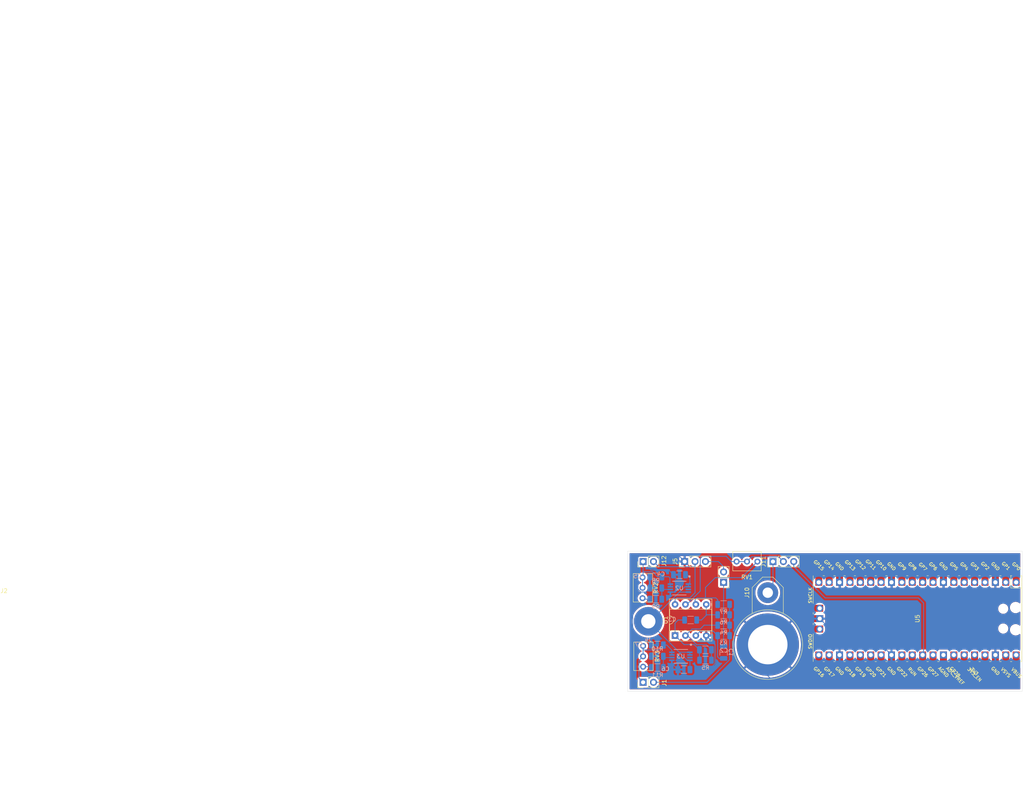
<source format=kicad_pcb>
(kicad_pcb (version 20240108) (generator "pcbnew") (generator_version "8.0")
  (layers (0 "F.Cu" signal) (31 "B.Cu" signal) (34 "B.Paste" user) (35 "F.Paste" user) (36 "B.SilkS" user "B.Silkscreen") (37 "F.SilkS" user "F.Silkscreen") (38 "B.Mask" user) (39 "F.Mask" user) (44 "Edge.Cuts" user))
  (net 0 "")
  (net 1 "Net-(U1A-+)")
  (net 2 "Net-(J2-Pin_1)")
  (net 3 "Net-(C2-Pad1)")
  (net 4 "Net-(U1A--)")
  (net 5 "Net-(U1B-+)")
  (net 6 "Vsup")
  (net 7 "GND")
  (net 8 "Net-(J12-Pin_1)")
  (net 9 "Net-(J1-Pin_1)")
  (net 10 "VCM")
  (net 11 "Sensor")
  (net 12 "Net-(J10-In)")
  (net 13 "ADC")
  (net 14 "Net-(J11-Pin_2)")
  (net 15 "VDD")
  (net 16 "Net-(U1B--)")
  (net 17 "Net-(U2-SET)")
  (net 18 "Net-(R9-Pad1)")
  (net 19 "Net-(U3-SET)")
  (net 20 "Net-(R11-Pad1)")
  (footprint "Package_DIP:DIP-8_W7.62mm_Socket" (layer "F.Cu") (at 99.2525 105.74 90)
    (property "Reference" "U1" (at 3.81 -2.33 90) (layer "F.SilkS"))
    (property "Value" "LM358")
    (pad "1" thru_hole rect (at 0 0 90) (size 1.6 1.6) (drill 0.8) (layers "*.Cu" "*.Mask") (net 3 "Net-(C2-Pad1)"))
    (pad "2" thru_hole oval (at 0 2.54 90) (size 1.6 1.6) (drill 0.8) (layers "*.Cu" "*.Mask") (net 4 "Net-(U1A--)"))
    (pad "3" thru_hole oval (at 0 5.08 90) (size 1.6 1.6) (drill 0.8) (layers "*.Cu" "*.Mask") (net 1 "Net-(U1A-+)"))
    (pad "4" thru_hole oval (at 0 7.62 90) (size 1.6 1.6) (drill 0.8) (layers "*.Cu" "*.Mask") (net 7 "GND"))
    (pad "5" thru_hole oval (at 7.62 7.62 90) (size 1.6 1.6) (drill 0.8) (layers "*.Cu" "*.Mask") (net 5 "Net-(U1B-+)"))
    (pad "6" thru_hole oval (at 7.62 5.08 90) (size 1.6 1.6) (drill 0.8) (layers "*.Cu" "*.Mask") (net 16 "Net-(U1B--)"))
    (pad "7" thru_hole oval (at 7.62 2.54 90) (size 1.6 1.6) (drill 0.8) (layers "*.Cu" "*.Mask") (net 14 "Net-(J11-Pin_2)"))
    (pad "8" thru_hole oval (at 7.62 0 90) (size 1.6 1.6) (drill 0.8) (layers "*.Cu" "*.Mask") (net 15 "VDD"))
  )
  (footprint "Potentiometer_THT:Potentiometer_Bourns_3266Y_Vertical" (layer "F.Cu") (at 91.3 91.52 90)
    (property "Reference" "RV2" (at -2.58 3.25 90) (layer "F.SilkS"))
    (property "Value" "20k")
    (pad "1" thru_hole circle (at 0 0 90) (size 1.44 1.44) (drill 0.8) (layers "*.Cu" "*.Mask") (net 8 "Net-(J12-Pin_1)"))
    (pad "2" thru_hole circle (at -2.54 0 90) (size 1.44 1.44) (drill 0.8) (layers "*.Cu" "*.Mask") (net 8 "Net-(J12-Pin_1)"))
    (pad "3" thru_hole circle (at -5.08 0 90) (size 1.44 1.44) (drill 0.8) (layers "*.Cu" "*.Mask") (net 18 "Net-(R9-Pad1)"))
  )
  (footprint "Connector_PinHeader_2.54mm:PinHeader_1x02_P2.54mm_Vertical" (layer "F.Cu") (at 91.44 87.63 90)
    (property "Reference" "J12" (at 0.1285 5.109001 90) (layer "F.SilkS"))
    (property "Value" "Conn_01x02")
    (pad "1" thru_hole rect (at 0 0 90) (size 1.7 1.7) (drill 1) (layers "*.Cu" "*.Mask") (net 8 "Net-(J12-Pin_1)"))
    (pad "2" thru_hole oval (at 0 2.54 90) (size 1.7 1.7) (drill 1) (layers "*.Cu" "*.Mask") (net 15 "VDD"))
  )
  (footprint "Connector_PinHeader_2.54mm:PinHeader_1x02_P2.54mm_Vertical" (layer "F.Cu") (at 91.44 117.17 90)
    (property "Reference" "J1" (at -0.146501 5.186501 90) (layer "F.SilkS"))
    (property "Value" "Conn_01x02")
    (pad "1" thru_hole rect (at 0 0 90) (size 1.7 1.7) (drill 1) (layers "*.Cu" "*.Mask") (net 9 "Net-(J1-Pin_1)"))
    (pad "2" thru_hole oval (at 0 2.54 90) (size 1.7 1.7) (drill 1) (layers "*.Cu" "*.Mask") (net 10 "VCM"))
  )
  (footprint "Potentiometer_THT:Potentiometer_Bourns_3266Y_Vertical" (layer "F.Cu") (at 91.44 108.28 90)
    (property "Reference" "RV3" (at -2.525 3.483002 90) (layer "F.SilkS"))
    (property "Value" "20k")
    (pad "1" thru_hole circle (at 0 0 90) (size 1.44 1.44) (drill 0.8) (layers "*.Cu" "*.Mask") (net 9 "Net-(J1-Pin_1)"))
    (pad "2" thru_hole circle (at -2.54 0 90) (size 1.44 1.44) (drill 0.8) (layers "*.Cu" "*.Mask") (net 9 "Net-(J1-Pin_1)"))
    (pad "3" thru_hole circle (at -5.08 0 90) (size 1.44 1.44) (drill 0.8) (layers "*.Cu" "*.Mask") (net 20 "Net-(R11-Pad1)"))
  )
  (footprint "Connector_PinHeader_2.54mm:PinHeader_1x02_P2.54mm_Vertical" (layer "F.Cu") (at 111.125 92.71 180)
    (property "Reference" "J2" (at 175.943203 -2.098801 360) (layer "F.SilkS"))
    (property "Value" "Conn_01x02")
    (pad "1" thru_hole rect (at 0 0 180) (size 1.7 1.7) (drill 1) (layers "*.Cu" "*.Mask") (net 2 "Net-(J2-Pin_1)"))
    (pad "2" thru_hole oval (at 0 2.54 180) (size 1.7 1.7) (drill 1) (layers "*.Cu" "*.Mask") (net 11 "Sensor"))
  )
  (footprint "Connector_PinHeader_2.54mm:PinHeader_1x03_P2.54mm_Vertical" (layer "F.Cu") (at 123.19 87.63 90)
    (property "Reference" "J11" (at 0 -2.33 90) (layer "F.SilkS"))
    (property "Value" "Conn_01x03")
    (pad "1" thru_hole rect (at 0 0 90) (size 1.7 1.7) (drill 1) (layers "*.Cu" "*.Mask") (net 12 "Net-(J10-In)"))
    (pad "2" thru_hole oval (at 0 2.54 90) (size 1.7 1.7) (drill 1) (layers "*.Cu" "*.Mask") (net 14 "Net-(J11-Pin_2)"))
    (pad "3" thru_hole oval (at 0 5.08 90) (size 1.7 1.7) (drill 1) (layers "*.Cu" "*.Mask") (net 13 "ADC"))
  )
  (footprint "Potentiometer_THT:Potentiometer_Bourns_3266Y_Vertical" (layer "F.Cu") (at 114.3 87.63 180)
    (property "Reference" "RV1" (at -2.54 -3.81 360) (layer "F.SilkS"))
    (property "Value" "100k")
    (pad "1" thru_hole circle (at 0 0 180) (size 1.44 1.44) (drill 0.8) (layers "*.Cu" "*.Mask") (net 14 "Net-(J11-Pin_2)"))
    (pad "2" thru_hole circle (at -2.54 0 180) (size 1.44 1.44) (drill 0.8) (layers "*.Cu" "*.Mask") (net 14 "Net-(J11-Pin_2)"))
    (pad "3" thru_hole circle (at -5.08 0 180) (size 1.44 1.44) (drill 0.8) (layers "*.Cu" "*.Mask") (net 16 "Net-(U1B--)"))
  )
  (footprint "Connector_Coaxial:BNC_PanelMountable_Vertical" (layer "F.Cu") (at 121.92 95.25 90)
    (property "Reference" "J10" (at 0 -5.08 90) (layer "F.SilkS"))
    (property "Value" "Conn_Coaxial")
    (pad "1" thru_hole circle (at 0 0 90) (size 5.08 5.08) (drill 2.54) (layers "*.Cu" "*.Mask") (net 12 "Net-(J10-In)"))
    (pad "2" thru_hole circle (at -12.7 0 90) (size 15.24 15.24) (drill 9.65) (layers "*.Cu" "*.Mask") (net 7 "GND"))
  )
  (footprint "Connector_PinHeader_2.54mm:PinHeader_1x03_P2.54mm_Vertical" (layer "F.Cu") (at 101.6 87.63 90)
    (property "Reference" "J5" (at 0 -2.33 90) (layer "F.SilkS"))
    (property "Value" "Conn_01x03_Pin")
    (pad "1" thru_hole rect (at 0 0 90) (size 1.7 1.7) (drill 1) (layers "*.Cu" "*.Mask") (net 7 "GND"))
    (pad "2" thru_hole oval (at 0 2.54 90) (size 1.7 1.7) (drill 1) (layers "*.Cu" "*.Mask") (net 15 "VDD"))
    (pad "3" thru_hole oval (at 0 5.08 90) (size 1.7 1.7) (drill 1) (layers "*.Cu" "*.Mask") (net 11 "Sensor"))
  )
  (footprint "MCU_RaspberryPi_and_Boards:RPi_Pico_SMD_TH" (layer "F.Cu") (at 158.52 101.6 -90)
    (property "Reference" "U5" (at 0 0 90) (layer "F.SilkS"))
    (property "Value" "Pico")
    (fp_text user "GP9" (at -12.8 3.81 135) (layer "F.SilkS") (effects (font (size 0.8 0.8))))
    (fp_text user "GP6" (at -12.8 -3.81 135) (layer "F.SilkS") (effects (font (size 0.8 0.8))))
    (fp_text user "GP8" (at -12.8 1.27 135) (layer "F.SilkS") (effects (font (size 0.8 0.8))))
    (fp_text user "GND" (at -12.8 -19.05 135) (layer "F.SilkS") (effects (font (size 0.8 0.8))))
    (fp_text user "GP4" (at -12.8 -11.43 135) (layer "F.SilkS") (effects (font (size 0.8 0.8))))
    (fp_text user "GP19" (at 13.054 13.97 135) (layer "F.SilkS") (effects (font (size 0.8 0.8))))
    (fp_text user "GP5" (at -12.8 -8.89 135) (layer "F.SilkS") (effects (font (size 0.8 0.8))))
    (fp_text user "GP2" (at -12.9 -16.51 135) (layer "F.SilkS") (effects (font (size 0.8 0.8))))
    (fp_text user "GND" (at 12.8 6.35 135) (layer "F.SilkS") (effects (font (size 0.8 0.8))))
    (fp_text user "GP11" (at -13.2 11.43 135) (layer "F.SilkS") (effects (font (size 0.8 0.8))))
    (fp_text user "SWCLK" (at -5.7 26.2 90) (layer "F.SilkS") (effects (font (size 0.8 0.8))))
    (fp_text user "GP10" (at -13.054 8.89 135) (layer "F.SilkS") (effects (font (size 0.8 0.8))))
    (fp_text user "GND" (at 12.8 19.05 135) (layer "F.SilkS") (effects (font (size 0.8 0.8))))
    (fp_text user "GP3" (at -12.8 -13.97 135) (layer "F.SilkS") (effects (font (size 0.8 0.8))))
    (fp_text user "GP7" (at -12.7 -1.3 135) (layer "F.SilkS") (effects (font (size 0.8 0.8))))
    (fp_text user "GP20" (at 13.054 11.43 135) (layer "F.SilkS") (effects (font (size 0.8 0.8))))
    (fp_text user "GP16" (at 13.054 24.13 135) (layer "F.SilkS") (effects (font (size 0.8 0.8))))
    (fp_text user "RUN" (at 13 1.27 135) (layer "F.SilkS") (effects (font (size 0.8 0.8))))
    (fp_text user "3V3" (at 12.9 -13.9 135) (layer "F.SilkS") (effects (font (size 0.8 0.8))))
    (fp_text user "GND" (at 12.8 -19.05 135) (layer "F.SilkS") (effects (font (size 0.8 0.8))))
    (fp_text user "GP17" (at 13.054 21.59 135) (layer "F.SilkS") (effects (font (size 0.8 0.8))))
    (fp_text user "GP28" (at 13.054 -9.144 135) (layer "F.SilkS") (effects (font (size 0.8 0.8))))
    (fp_text user "VSYS" (at 13.2 -21.59 135) (layer "F.SilkS") (effects (font (size 0.8 0.8))))
    (fp_text user "GP1" (at -12.9 -21.6 135) (layer "F.SilkS") (effects (font (size 0.8 0.8))))
    (fp_text user "VBUS" (at 13.3 -24.2 135) (layer "F.SilkS") (effects (font (size 0.8 0.8))))
    (fp_text user "GP18" (at 13.054 16.51 135) (layer "F.SilkS") (effects (font (size 0.8 0.8))))
    (fp_text user "GP0" (at -12.8 -24.13 135) (layer "F.SilkS") (effects (font (size 0.8 0.8))))
    (fp_text user "GP21" (at 13.054 8.9 135) (layer "F.SilkS") (effects (font (size 0.8 0.8))))
    (fp_text user "SWDIO" (at 5.6 26.2 90) (layer "F.SilkS") (effects (font (size 0.8 0.8))))
    (fp_text user "GP26" (at 13.054 -1.27 135) (layer "F.SilkS") (effects (font (size 0.8 0.8))))
    (fp_text user "AGND" (at 13.054 -6.35 135) (layer "F.SilkS") (effects (font (size 0.8 0.8))))
    (fp_text user "GP27" (at 13.054 -3.8 135) (layer "F.SilkS") (effects (font (size 0.8 0.8))))
    (fp_text user "3V3_EN" (at 13.7 -13.95 135) (layer "F.SilkS") (effects (font (size 0.8 0.8))))
    (fp_text user "GP14" (at -13.1 21.59 135) (layer "F.SilkS") (effects (font (size 0.8 0.8))))
    (fp_text user "GP22" (at 13.054 3.81 135) (layer "F.SilkS") (effects (font (size 0.8 0.8))))
    (fp_text user "GP13" (at -13.054 16.51 135) (layer "F.SilkS") (effects (font (size 0.8 0.8))))
    (fp_text user "GND" (at -12.8 6.35 135) (layer "F.SilkS") (effects (font (size 0.8 0.8))))
    (fp_text user "ADC_VREF" (at 14 -9.25 135) (layer "F.SilkS") (effects (font (size 0.8 0.8))))
    (fp_text user "GND" (at -12.8 -6.35 135) (layer "F.SilkS") (effects (font (size 0.8 0.8))))
    (fp_text user "GP15" (at -13.054 24.13 135) (layer "F.SilkS") (effects (font (size 0.8 0.8))))
    (fp_text user "GP12" (at -13.2 13.97 135) (layer "F.SilkS") (effects (font (size 0.8 0.8))))
    (fp_text user "GND" (at -12.8 19.05 135) (layer "F.SilkS") (effects (font (size 0.8 0.8))))
    (pad "" np_thru_hole oval (at -2.725 -24 270) (size 1.8 1.8) (drill 1.8) (layers "*.Cu" "*.Mask"))
    (pad "" np_thru_hole oval (at -2.425 -20.97 270) (size 1.5 1.5) (drill 1.5) (layers "*.Cu" "*.Mask"))
    (pad "" np_thru_hole oval (at 2.425 -20.97 270) (size 1.5 1.5) (drill 1.5) (layers "*.Cu" "*.Mask"))
    (pad "" np_thru_hole oval (at 2.725 -24 270) (size 1.8 1.8) (drill 1.8) (layers "*.Cu" "*.Mask"))
    (pad "1" thru_hole oval (at -8.89 -24.13 270) (size 1.7 1.7) (drill 1.02) (layers "*.Cu" "*.Mask"))
    (pad "1" smd rect (at -8.89 -24.13 270) (size 3.5 1.7) (drill (offset -0.9 0)) (layers "F.Cu" "F.Mask"))
    (pad "2" thru_hole oval (at -8.89 -21.59 270) (size 1.7 1.7) (drill 1.02) (layers "*.Cu" "*.Mask"))
    (pad "2" smd rect (at -8.89 -21.59 270) (size 3.5 1.7) (drill (offset -0.9 0)) (layers "F.Cu" "F.Mask"))
    (pad "3" thru_hole rect (at -8.89 -19.05 270) (size 1.7 1.7) (drill 1.02) (layers "*.Cu" "*.Mask") (net 7 "GND"))
    (pad "3" smd rect (at -8.89 -19.05 270) (size 3.5 1.7) (drill (offset -0.9 0)) (layers "F.Cu" "F.Mask") (net 7 "GND"))
    (pad "4" thru_hole oval (at -8.89 -16.51 270) (size 1.7 1.7) (drill 1.02) (layers "*.Cu" "*.Mask"))
    (pad "4" smd rect (at -8.89 -16.51 270) (size 3.5 1.7) (drill (offset -0.9 0)) (layers "F.Cu" "F.Mask"))
    (pad "5" thru_hole oval (at -8.89 -13.97 270) (size 1.7 1.7) (drill 1.02) (layers "*.Cu" "*.Mask"))
    (pad "5" smd rect (at -8.89 -13.97 270) (size 3.5 1.7) (drill (offset -0.9 0)) (layers "F.Cu" "F.Mask"))
    (pad "6" thru_hole oval (at -8.89 -11.43 270) (size 1.7 1.7) (drill 1.02) (layers "*.Cu" "*.Mask"))
    (pad "6" smd rect (at -8.89 -11.43 270) (size 3.5 1.7) (drill (offset -0.9 0)) (layers "F.Cu" "F.Mask"))
    (pad "7" thru_hole oval (at -8.89 -8.89 270) (size 1.7 1.7) (drill 1.02) (layers "*.Cu" "*.Mask"))
    (pad "7" smd rect (at -8.89 -8.89 270) (size 3.5 1.7) (drill (offset -0.9 0)) (layers "F.Cu" "F.Mask"))
    (pad "8" thru_hole rect (at -8.89 -6.35 270) (size 1.7 1.7) (drill 1.02) (layers "*.Cu" "*.Mask") (net 7 "GND"))
    (pad "8" smd rect (at -8.89 -6.35 270) (size 3.5 1.7) (drill (offset -0.9 0)) (layers "F.Cu" "F.Mask") (net 7 "GND"))
    (pad "9" thru_hole oval (at -8.89 -3.81 270) (size 1.7 1.7) (drill 1.02) (layers "*.Cu" "*.Mask"))
    (pad "9" smd rect (at -8.89 -3.81 270) (size 3.5 1.7) (drill (offset -0.9 0)) (layers "F.Cu" "F.Mask"))
    (pad "10" thru_hole oval (at -8.89 -1.27 270) (size 1.7 1.7) (drill 1.02) (layers "*.Cu" "*.Mask"))
    (pad "10" smd rect (at -8.89 -1.27 270) (size 3.5 1.7) (drill (offset -0.9 0)) (layers "F.Cu" "F.Mask"))
    (pad "11" thru_hole oval (at -8.89 1.27 270) (size 1.7 1.7) (drill 1.02) (layers "*.Cu" "*.Mask"))
    (pad "11" smd rect (at -8.89 1.27 270) (size 3.5 1.7) (drill (offset -0.9 0)) (layers "F.Cu" "F.Mask"))
    (pad "12" thru_hole oval (at -8.89 3.81 270) (size 1.7 1.7) (drill 1.02) (layers "*.Cu" "*.Mask"))
    (pad "12" smd rect (at -8.89 3.81 270) (size 3.5 1.7) (drill (offset -0.9 0)) (layers "F.Cu" "F.Mask"))
    (pad "13" thru_hole rect (at -8.89 6.35 270) (size 1.7 1.7) (drill 1.02) (layers "*.Cu" "*.Mask") (net 7 "GND"))
    (pad "13" smd rect (at -8.89 6.35 270) (size 3.5 1.7) (drill (offset -0.9 0)) (layers "F.Cu" "F.Mask") (net 7 "GND"))
    (pad "14" thru_hole oval (at -8.89 8.89 270) (size 1.7 1.7) (drill 1.02) (layers "*.Cu" "*.Mask"))
    (pad "14" smd rect (at -8.89 8.89 270) (size 3.5 1.7) (drill (offset -0.9 0)) (layers "F.Cu" "F.Mask"))
    (pad "15" thru_hole oval (at -8.89 11.43 270) (size 1.7 1.7) (drill 1.02) (layers "*.Cu" "*.Mask"))
    (pad "15" smd rect (at -8.89 11.43 270) (size 3.5 1.7) (drill (offset -0.9 0)) (layers "F.Cu" "F.Mask"))
    (pad "16" thru_hole oval (at -8.89 13.97 270) (size 1.7 1.7) (drill 1.02) (layers "*.Cu" "*.Mask"))
    (pad "16" smd rect (at -8.89 13.97 270) (size 3.5 1.7) (drill (offset -0.9 0)) (layers "F.Cu" "F.Mask"))
    (pad "17" thru_hole oval (at -8.89 16.51 270) (size 1.7 1.7) (drill 1.02) (layers "*.Cu" "*.Mask"))
    (pad "17" smd rect (at -8.89 16.51 270) (size 3.5 1.7) (drill (offset -0.9 0)) (layers "F.Cu" "F.Mask"))
    (pad "18" thru_hole rect (at -8.89 19.05 270) (size 1.7 1.7) (drill 1.02) (layers "*.Cu" "*.Mask") (net 7 "GND"))
    (pad "18" smd rect (at -8.89 19.05 270) (size 3.5 1.7) (drill (offset -0.9 0)) (layers "F.Cu" "F.Mask") (net 7 "GND"))
    (pad "19" thru_hole oval (at -8.89 21.59 270) (size 1.7 1.7) (drill 1.02) (layers "*.Cu" "*.Mask"))
    (pad "19" smd rect (at -8.89 21.59 270) (size 3.5 1.7) (drill (offset -0.9 0)) (layers "F.Cu" "F.Mask"))
    (pad "20" thru_hole oval (at -8.89 24.13 270) (size 1.7 1.7) (drill 1.02) (layers "*.Cu" "*.Mask"))
    (pad "20" smd rect (at -8.89 24.13 270) (size 3.5 1.7) (drill (offset -0.9 0)) (layers "F.Cu" "F.Mask"))
    (pad "21" thru_hole oval (at 8.89 24.13 270) (size 1.7 1.7) (drill 1.02) (layers "*.Cu" "*.Mask"))
    (pad "21" smd rect (at 8.89 24.13 270) (size 3.5 1.7) (drill (offset 0.9 0)) (layers "F.Cu" "F.Mask"))
    (pad "22" thru_hole oval (at 8.89 21.59 270) (size 1.7 1.7) (drill 1.02) (layers "*.Cu" "*.Mask"))
    (pad "22" smd rect (at 8.89 21.59 270) (size 3.5 1.7) (drill (offset 0.9 0)) (layers "F.Cu" "F.Mask"))
    (pad "23" thru_hole rect (at 8.89 19.05 270) (size 1.7 1.7) (drill 1.02) (layers "*.Cu" "*.Mask") (net 7 "GND"))
    (pad "23" smd rect (at 8.89 19.05 270) (size 3.5 1.7) (drill (offset 0.9 0)) (layers "F.Cu" "F.Mask") (net 7 "GND"))
    (pad "24" thru_hole oval (at 8.89 16.51 270) (size 1.7 1.7) (drill 1.02) (layers "*.Cu" "*.Mask"))
    (pad "24" smd rect (at 8.89 16.51 270) (size 3.5 1.7) (drill (offset 0.9 0)) (layers "F.Cu" "F.Mask"))
    (pad "25" thru_hole oval (at 8.89 13.97 270) (size 1.7 1.7) (drill 1.02) (layers "*.Cu" "*.Mask"))
    (pad "25" smd rect (at 8.89 13.97 270) (size 3.5 1.7) (drill (offset 0.9 0)) (layers "F.Cu" "F.Mask"))
    (pad "26" thru_hole oval (at 8.89 11.43 270) (size 1.7 1.7) (drill 1.02) (layers "*.Cu" "*.Mask"))
    (pad "26" smd rect (at 8.89 11.43 270) (size 3.5 1.7) (drill (offset 0.9 0)) (layers "F.Cu" "F.Mask"))
    (pad "27" thru_hole oval (at 8.89 8.89 270) (size 1.7 1.7) (drill 1.02) (layers "*.Cu" "*.Mask"))
    (pad "27" smd rect (at 8.89 8.89 270) (size 3.5 1.7) (drill (offset 0.9 0)) (layers "F.Cu" "F.Mask"))
    (pad "28" thru_hole rect (at 8.89 6.35 270) (size 1.7 1.7) (drill 1.02) (layers "*.Cu" "*.Mask") (net 7 "GND"))
    (pad "28" smd rect (at 8.89 6.35 270) (size 3.5 1.7) (drill (offset 0.9 0)) (layers "F.Cu" "F.Mask") (net 7 "GND"))
    (pad "29" thru_hole oval (at 8.89 3.81 270) (size 1.7 1.7) (drill 1.02) (layers "*.Cu" "*.Mask"))
    (pad "29" smd rect (at 8.89 3.81 270) (size 3.5 1.7) (drill (offset 0.9 0)) (layers "F.Cu" "F.Mask"))
    (pad "30" thru_hole oval (at 8.89 1.27 270) (size 1.7 1.7) (drill 1.02) (layers "*.Cu" "*.Mask"))
    (pad "30" smd rect (at 8.89 1.27 270) (size 3.5 1.7) (drill (offset 0.9 0)) (layers "F.Cu" "F.Mask"))
    (pad "31" thru_hole oval (at 8.89 -1.27 270) (size 1.7 1.7) (drill 1.02) (layers "*.Cu" "*.Mask") (net 13 "ADC"))
    (pad "31" smd rect (at 8.89 -1.27 270) (size 3.5 1.7) (drill (offset 0.9 0)) (layers "F.Cu" "F.Mask") (net 13 "ADC"))
    (pad "32" thru_hole oval (at 8.89 -3.81 270) (size 1.7 1.7) (drill 1.02) (layers "*.Cu" "*.Mask"))
    (pad "32" smd rect (at 8.89 -3.81 270) (size 3.5 1.7) (drill (offset 0.9 0)) (layers "F.Cu" "F.Mask"))
    (pad "33" thru_hole rect (at 8.89 -6.35 270) (size 1.7 1.7) (drill 1.02) (layers "*.Cu" "*.Mask"))
    (pad "33" smd rect (at 8.89 -6.35 270) (size 3.5 1.7) (drill (offset 0.9 0)) (layers "F.Cu" "F.Mask"))
    (pad "34" thru_hole oval (at 8.89 -8.89 270) (size 1.7 1.7) (drill 1.02) (layers "*.Cu" "*.Mask"))
    (pad "34" smd rect (at 8.89 -8.89 270) (size 3.5 1.7) (drill (offset 0.9 0)) (layers "F.Cu" "F.Mask"))
    (pad "35" thru_hole oval (at 8.89 -11.43 270) (size 1.7 1.7) (drill 1.02) (layers "*.Cu" "*.Mask"))
    (pad "35" smd rect (at 8.89 -11.43 270) (size 3.5 1.7) (drill (offset 0.9 0)) (layers "F.Cu" "F.Mask"))
    (pad "36" thru_hole oval (at 8.89 -13.97 270) (size 1.7 1.7) (drill 1.02) (layers "*.Cu" "*.Mask"))
    (pad "36" smd rect (at 8.89 -13.97 270) (size 3.5 1.7) (drill (offset 0.9 0)) (layers "F.Cu" "F.Mask"))
    (pad "37" thru_hole oval (at 8.89 -16.51 270) (size 1.7 1.7) (drill 1.02) (layers "*.Cu" "*.Mask"))
    (pad "37" smd rect (at 8.89 -16.51 270) (size 3.5 1.7) (drill (offset 0.9 0)) (layers "F.Cu" "F.Mask"))
    (pad "38" thru_hole rect (at 8.89 -19.05 270) (size 1.7 1.7) (drill 1.02) (layers "*.Cu" "*.Mask") (net 7 "GND"))
    (pad "38" smd rect (at 8.89 -19.05 270) (size 3.5 1.7) (drill (offset 0.9 0)) (layers "F.Cu" "F.Mask") (net 7 "GND"))
    (pad "39" thru_hole oval (at 8.89 -21.59 270) (size 1.7 1.7) (drill 1.02) (layers "*.Cu" "*.Mask"))
    (pad "39" smd rect (at 8.89 -21.59 270) (size 3.5 1.7) (drill (offset 0.9 0)) (layers "F.Cu" "F.Mask"))
    (pad "40" thru_hole oval (at 8.89 -24.13 270) (size 1.7 1.7) (drill 1.02) (layers "*.Cu" "*.Mask"))
    (pad "40" smd rect (at 8.89 -24.13 270) (size 3.5 1.7) (drill (offset 0.9 0)) (layers "F.Cu" "F.Mask"))
    (pad "41" thru_hole oval (at -2.54 23.9 270) (size 1.7 1.7) (drill 1.02) (layers "*.Cu" "*.Mask"))
    (pad "41" smd rect (at -2.54 23.9) (size 3.5 1.7) (drill (offset -0.9 0)) (layers "F.Cu" "F.Mask"))
    (pad "42" thru_hole rect (at 0 23.9 270) (size 1.7 1.7) (drill 1.02) (layers "*.Cu" "*.Mask") (net 7 "GND"))
    (pad "42" smd rect (at 0 23.9) (size 3.5 1.7) (drill (offset -0.9 0)) (layers "F.Cu" "F.Mask") (net 7 "GND"))
    (pad "43" thru_hole oval (at 2.54 23.9 270) (size 1.7 1.7) (drill 1.02) (layers "*.Cu" "*.Mask"))
    (pad "43" smd rect (at 2.54 23.9) (size 3.5 1.7) (drill (offset -0.9 0)) (layers "F.Cu" "F.Mask"))
  )
  (footprint "footprints:21-0036K" (layer "B.Cu") (at 100.3 94.125001 180)
    (property "Reference" "U2" (at 0 0 0) (layer "B.SilkS") (effects (justify mirror)))
    (property "Value" "MAX1857EUA47+")
    (fp_text user "*" (at -2.461 2.5236 360) (layer "B.SilkS") (effects (justify mirror)))
    (fp_text user "*" (at -2.461 2.5236 0) (layer "B.SilkS") (effects (justify mirror)))
    (pad "1" smd rect (at -2.206998 0.974999 180) (size 1.315199 0.4056) (layers "B.Cu" "B.Paste" "B.Mask") (net 6 "Vsup"))
    (pad "2" smd rect (at -2.206998 0.325001 180) (size 1.315199 0.4056) (layers "B.Cu" "B.Paste" "B.Mask") (net 6 "Vsup"))
    (pad "3" smd rect (at -2.206998 -0.325001 180) (size 1.315199 0.4056) (layers "B.Cu" "B.Paste" "B.Mask"))
    (pad "4" smd rect (at -2.206998 -0.974999 180) (size 1.315199 0.4056) (layers "B.Cu" "B.Paste" "B.Mask") (net 6 "Vsup"))
    (pad "5" smd rect (at 2.206998 -0.974999 180) (size 1.315199 0.4056) (layers "B.Cu" "B.Paste" "B.Mask") (net 7 "GND"))
    (pad "6" smd rect (at 2.206998 -0.325001 180) (size 1.315199 0.4056) (layers "B.Cu" "B.Paste" "B.Mask") (net 17 "Net-(U2-SET)"))
    (pad "7" smd rect (at 2.206998 0.325001 180) (size 1.315199 0.4056) (layers "B.Cu" "B.Paste" "B.Mask") (net 8 "Net-(J12-Pin_1)"))
    (pad "8" smd rect (at 2.206998 0.974999 180) (size 1.315199 0.4056) (layers "B.Cu" "B.Paste" "B.Mask") (net 8 "Net-(J12-Pin_1)"))
  )
  (footprint "Capacitor_SMD:C_1206_3216Metric" (layer "B.Cu") (at 103.0625 101.93 180)
    (property "Reference" "C3" (at 4.525 0.15 0) (layer "B.SilkS") (effects (justify mirror)))
    (property "Value" "2.2u")
    (pad "1" smd roundrect (at -1.475 0 180) (size 1.15 1.8) (layers "B.Cu" "B.Paste" "B.Mask") (roundrect_rratio 0.217391) (net 5 "Net-(U1B-+)"))
    (pad "2" smd roundrect (at 1.475 0 180) (size 1.15 1.8) (layers "B.Cu" "B.Paste" "B.Mask") (roundrect_rratio 0.217391) (net 3 "Net-(C2-Pad1)"))
  )
  (footprint "footprints:21-0036K" (layer "B.Cu") (at 100.673002 110.805 180)
    (property "Reference" "U3" (at 0 0 0) (layer "B.SilkS") (effects (justify mirror)))
    (property "Value" "MAX1857EUA47+")
    (fp_text user "*" (at -2.461 2.5236 0) (layer "B.SilkS") (effects (justify mirror)))
    (fp_text user "*" (at -2.461 2.5236 360) (layer "B.SilkS") (effects (justify mirror)))
    (pad "1" smd rect (at -2.206998 0.974999 180) (size 1.315199 0.4056) (layers "B.Cu" "B.Paste" "B.Mask") (net 6 "Vsup"))
    (pad "2" smd rect (at -2.206998 0.325001 180) (size 1.315199 0.4056) (layers "B.Cu" "B.Paste" "B.Mask") (net 6 "Vsup"))
    (pad "3" smd rect (at -2.206998 -0.325001 180) (size 1.315199 0.4056) (layers "B.Cu" "B.Paste" "B.Mask"))
    (pad "4" smd rect (at -2.206998 -0.974999 180) (size 1.315199 0.4056) (layers "B.Cu" "B.Paste" "B.Mask") (net 6 "Vsup"))
    (pad "5" smd rect (at 2.206998 -0.974999 180) (size 1.315199 0.4056) (layers "B.Cu" "B.Paste" "B.Mask") (net 7 "GND"))
    (pad "6" smd rect (at 2.206998 -0.325001 180) (size 1.315199 0.4056) (layers "B.Cu" "B.Paste" "B.Mask") (net 19 "Net-(U3-SET)"))
    (pad "7" smd rect (at 2.206998 0.325001 180) (size 1.315199 0.4056) (layers "B.Cu" "B.Paste" "B.Mask") (net 9 "Net-(J1-Pin_1)"))
    (pad "8" smd rect (at 2.206998 0.974999 180) (size 1.315199 0.4056) (layers "B.Cu" "B.Paste" "B.Mask") (net 9 "Net-(J1-Pin_1)"))
  )
  (footprint "Resistor_SMD:R_1206_3216Metric" (layer "B.Cu") (at 94.55 96.85)
    (property "Reference" "R9" (at 0 1.82 360) (layer "B.SilkS") (effects (justify mirror)))
    (property "Value" "49.3k")
    (pad "1" smd roundrect (at -1.4625 0) (size 1.125 1.75) (layers "B.Cu" "B.Paste" "B.Mask") (roundrect_rratio 0.222222) (net 18 "Net-(R9-Pad1)"))
    (pad "2" smd roundrect (at 1.4625 0) (size 1.125 1.75) (layers "B.Cu" "B.Paste" "B.Mask") (roundrect_rratio 0.222222) (net 17 "Net-(U2-SET)"))
  )
  (footprint "Resistor_SMD:R_1206_3216Metric" (layer "B.Cu") (at 94.923002 110.805 180)
    (property "Reference" "R10" (at 0 1.82 0) (layer "B.SilkS") (effects (justify mirror)))
    (property "Value" "25k")
    (pad "1" smd roundrect (at -1.4625 0 180) (size 1.125 1.75) (layers "B.Cu" "B.Paste" "B.Mask") (roundrect_rratio 0.222222) (net 19 "Net-(U3-SET)"))
    (pad "2" smd roundrect (at 1.4625 0 180) (size 1.125 1.75) (layers "B.Cu" "B.Paste" "B.Mask") (roundrect_rratio 0.222222) (net 7 "GND"))
  )
  (footprint "Capacitor_SMD:C_1206_3216Metric" (layer "B.Cu") (at 94.55 91.35 180)
    (property "Reference" "C5" (at 4.525 0.15 360) (layer "B.SilkS") (effects (justify mirror)))
    (property "Value" "3.3u")
    (pad "1" smd roundrect (at -1.475 0 180) (size 1.15 1.8) (layers "B.Cu" "B.Paste" "B.Mask") (roundrect_rratio 0.217391) (net 8 "Net-(J12-Pin_1)"))
    (pad "2" smd roundrect (at 1.475 0 180) (size 1.15 1.8) (layers "B.Cu" "B.Paste" "B.Mask") (roundrect_rratio 0.217391) (net 7 "GND"))
  )
  (footprint "Resistor_SMD:R_1206_3216Metric" (layer "B.Cu") (at 111.125 100.66)
    (property "Reference" "R6" (at 0 1.82 360) (layer "B.SilkS") (effects (justify mirror)))
    (property "Value" "100k")
    (pad "1" smd roundrect (at -1.4625 0) (size 1.125 1.75) (layers "B.Cu" "B.Paste" "B.Mask") (roundrect_rratio 0.222222) (net 5 "Net-(U1B-+)"))
    (pad "2" smd roundrect (at 1.4625 0) (size 1.125 1.75) (layers "B.Cu" "B.Paste" "B.Mask") (roundrect_rratio 0.222222) (net 10 "VCM"))
  )
  (footprint "Resistor_SMD:R_1206_3216Metric" (layer "B.Cu") (at 111.125 105.74)
    (property "Reference" "R3" (at 0 1.82 360) (layer "B.SilkS") (effects (justify mirror)))
    (property "Value" "100k")
    (pad "1" smd roundrect (at -1.4625 0) (size 1.125 1.75) (layers "B.Cu" "B.Paste" "B.Mask") (roundrect_rratio 0.222222) (net 1 "Net-(U1A-+)"))
    (pad "2" smd roundrect (at 1.4625 0) (size 1.125 1.75) (layers "B.Cu" "B.Paste" "B.Mask") (roundrect_rratio 0.222222) (net 10 "VCM"))
  )
  (footprint "Capacitor_SMD:C_1206_3216Metric" (layer "B.Cu") (at 101.423002 114.055 180)
    (property "Reference" "C6" (at 4.525 0.15 360) (layer "B.SilkS") (effects (justify mirror)))
    (property "Value" "1u")
    (pad "1" smd roundrect (at -1.475 0 180) (size 1.15 1.8) (layers "B.Cu" "B.Paste" "B.Mask") (roundrect_rratio 0.217391) (net 6 "Vsup"))
    (pad "2" smd roundrect (at 1.475 0 180) (size 1.15 1.8) (layers "B.Cu" "B.Paste" "B.Mask") (roundrect_rratio 0.217391) (net 7 "GND"))
  )
  (footprint "Resistor_SMD:R_1206_3216Metric" (layer "B.Cu") (at 106.68 111.76)
    (property "Reference" "R5" (at 0 1.82 360) (layer "B.SilkS") (effects (justify mirror)))
    (property "Value" "680k")
    (pad "1" smd roundrect (at -1.4625 0) (size 1.125 1.75) (layers "B.Cu" "B.Paste" "B.Mask") (roundrect_rratio 0.222222) (net 3 "Net-(C2-Pad1)"))
    (pad "2" smd roundrect (at 1.4625 0) (size 1.125 1.75) (layers "B.Cu" "B.Paste" "B.Mask") (roundrect_rratio 0.222222) (net 4 "Net-(U1A--)"))
  )
  (footprint "Capacitor_SMD:C_1206_3216Metric" (layer "B.Cu") (at 106.68 109.22)
    (property "Reference" "C2" (at 4.525 0.15 360) (layer "B.SilkS") (effects (justify mirror)))
    (property "Value" "68n")
    (pad "1" smd roundrect (at -1.475 0) (size 1.15 1.8) (layers "B.Cu" "B.Paste" "B.Mask") (roundrect_rratio 0.217391) (net 3 "Net-(C2-Pad1)"))
    (pad "2" smd roundrect (at 1.475 0) (size 1.15 1.8) (layers "B.Cu" "B.Paste" "B.Mask") (roundrect_rratio 0.217391) (net 4 "Net-(U1A--)"))
  )
  (footprint "Resistor_SMD:R_1206_3216Metric" (layer "B.Cu") (at 111.125 98.12)
    (property "Reference" "R7" (at 0 1.82 360) (layer "B.SilkS") (effects (justify mirror)))
    (property "Value" "10k")
    (pad "1" smd roundrect (at -1.4625 0) (size 1.125 1.75) (layers "B.Cu" "B.Paste" "B.Mask") (roundrect_rratio 0.222222) (net 16 "Net-(U1B--)"))
    (pad "2" smd roundrect (at 1.4625 0) (size 1.125 1.75) (layers "B.Cu" "B.Paste" "B.Mask") (roundrect_rratio 0.222222) (net 10 "VCM"))
  )
  (footprint "MountingHole:MountingHole_3.5mm_Pad_TopBottom" (layer "B.Cu") (at 92.71 102.25)
    (property "Reference" "J4" (at 0 4.5 360) (layer "B.SilkS") (effects (justify mirror)))
    (property "Value" "Conn_01x01_Socket")
    (pad "1" thru_hole circle (at 0 0) (size 3.9 3.9) (drill 3.5) (layers "*.Cu" "*.Mask") (net 6 "Vsup"))
    (pad "1" connect circle (at 0 0) (size 7 7) (layers "F.Cu" "F.Mask") (net 6 "Vsup"))
    (pad "1" connect circle (at 0 0) (size 7 7) (layers "B.Cu" "B.Mask") (net 6 "Vsup"))
  )
  (footprint "Capacitor_SMD:C_1206_3216Metric" (layer "B.Cu") (at 94.923002 108.055 180)
    (property "Reference" "C7" (at 4.525 0.15 360) (layer "B.SilkS") (effects (justify mirror)))
    (property "Value" "3.3u")
    (pad "1" smd roundrect (at -1.475 0 180) (size 1.15 1.8) (layers "B.Cu" "B.Paste" "B.Mask") (roundrect_rratio 0.217391) (net 9 "Net-(J1-Pin_1)"))
    (pad "2" smd roundrect (at 1.475 0 180) (size 1.15 1.8) (layers "B.Cu" "B.Paste" "B.Mask") (roundrect_rratio 0.217391) (net 7 "GND"))
  )
  (footprint "Capacitor_SMD:C_1206_3216Metric" (layer "B.Cu") (at 111.125 109.855 90)
    (property "Reference" "C1" (at 0 1.85 90) (layer "B.SilkS") (effects (justify mirror)))
    (property "Value" "2.2u")
    (pad "1" smd roundrect (at -1.475 0 90) (size 1.15 1.8) (layers "B.Cu" "B.Paste" "B.Mask") (roundrect_rratio 0.217391) (net 1 "Net-(U1A-+)"))
    (pad "2" smd roundrect (at 1.475 0 90) (size 1.15 1.8) (layers "B.Cu" "B.Paste" "B.Mask") (roundrect_rratio 0.217391) (net 2 "Net-(J2-Pin_1)"))
  )
  (footprint "Resistor_SMD:R_1206_3216Metric" (layer "B.Cu") (at 94.923002 113.555)
    (property "Reference" "R11" (at 0 1.82 360) (layer "B.SilkS") (effects (justify mirror)))
    (property "Value" "7k")
    (pad "1" smd roundrect (at -1.4625 0) (size 1.125 1.75) (layers "B.Cu" "B.Paste" "B.Mask") (roundrect_rratio 0.222222) (net 20 "Net-(R11-Pad1)"))
    (pad "2" smd roundrect (at 1.4625 0) (size 1.125 1.75) (layers "B.Cu" "B.Paste" "B.Mask") (roundrect_rratio 0.222222) (net 19 "Net-(U3-SET)"))
  )
  (footprint "Resistor_SMD:R_1206_3216Metric" (layer "B.Cu") (at 94.55 94.1 180)
    (property "Reference" "R8" (at 0 1.82 360) (layer "B.SilkS") (effects (justify mirror)))
    (property "Value" "25k")
    (pad "1" smd roundrect (at -1.4625 0 180) (size 1.125 1.75) (layers "B.Cu" "B.Paste" "B.Mask") (roundrect_rratio 0.222222) (net 17 "Net-(U2-SET)"))
    (pad "2" smd roundrect (at 1.4625 0 180) (size 1.125 1.75) (layers "B.Cu" "B.Paste" "B.Mask") (roundrect_rratio 0.222222) (net 7 "GND"))
  )
  (footprint "Capacitor_SMD:C_1206_3216Metric" (layer "B.Cu") (at 100.33 90.85 180)
    (property "Reference" "C4" (at 4.525 0.15 360) (layer "B.SilkS") (effects (justify mirror)))
    (property "Value" "1u")
    (pad "1" smd roundrect (at -1.475 0 180) (size 1.15 1.8) (layers "B.Cu" "B.Paste" "B.Mask") (roundrect_rratio 0.217391) (net 6 "Vsup"))
    (pad "2" smd roundrect (at 1.475 0 180) (size 1.15 1.8) (layers "B.Cu" "B.Paste" "B.Mask") (roundrect_rratio 0.217391) (net 7 "GND"))
  )
  (footprint "Resistor_SMD:R_1206_3216Metric" (layer "B.Cu") (at 111.125 103.2)
    (property "Reference" "R4" (at 0 1.82 360) (layer "B.SilkS") (effects (justify mirror)))
    (property "Value" "10k")
    (pad "1" smd roundrect (at -1.4625 0) (size 1.125 1.75) (layers "B.Cu" "B.Paste" "B.Mask") (roundrect_rratio 0.222222) (net 4 "Net-(U1A--)"))
    (pad "2" smd roundrect (at 1.4625 0) (size 1.125 1.75) (layers "B.Cu" "B.Paste" "B.Mask") (roundrect_rratio 0.222222) (net 10 "VCM"))
  )
  (gr_rect (start 87.63 85.09) (end 184.15 119.38) (stroke (width 0.05)) (fill none) (layer "Edge.Cuts"))
  (segment (start 105.4325 104.64) (end 108.5625 104.64) (width 0.2) (layer "B.Cu") (net 1))
  (segment (start 108.5625 104.64) (end 109.6625 105.74) (width 0.2) (layer "B.Cu") (net 1))
  (segment (start 104.3325 105.74) (end 105.4325 104.64) (width 0.2) (layer "B.Cu") (net 1))
  (segment (start 110.06 111.33) (end 111.125 111.33) (width 0.2) (layer "B.Cu") (net 1))
  (segment (start 109.6625 110.9325) (end 110.06 111.33) (width 0.2) (layer "B.Cu") (net 1))
  (segment (start 109.6625 105.74) (end 109.6625 110.9325) (width 0.2) (layer "B.Cu") (net 1))
  (segment (start 111.125 92.71) (end 111.125 108.38) (width 0.2) (layer "B.Cu") (net 2))
  (segment (start 105.205 109.22) (end 105.205 111.7475) (width 0.2) (layer "B.Cu") (net 3))
  (segment (start 101.4625 107.95) (end 103.935 107.95) (width 0.2) (layer "B.Cu") (net 3))
  (segment (start 103.935 107.95) (end 105.205 109.22) (width 0.2) (layer "B.Cu") (net 3))
  (segment (start 100 101.93) (end 99.2525 102.6775) (width 0.2) (layer "B.Cu") (net 3))
  (segment (start 101.5875 101.93) (end 100 101.93) (width 0.2) (layer "B.Cu") (net 3))
  (segment (start 99.2525 102.6775) (end 99.2525 105.74) (width 0.2) (layer "B.Cu") (net 3))
  (segment (start 105.205 111.7475) (end 105.2175 111.76) (width 0.2) (layer "B.Cu") (net 3))
  (segment (start 99.2525 105.74) (end 101.4625 107.95) (width 0.2) (layer "B.Cu") (net 3))
  (segment (start 101.7925 105.74) (end 102.290686 105.74) (width 0.2) (layer "B.Cu") (net 4))
  (segment (start 103.3925 104.14) (end 101.7925 105.74) (width 0.2) (layer "B.Cu") (net 4))
  (segment (start 106.885 107.95) (end 108.155 109.22) (width 0.2) (layer "B.Cu") (net 4))
  (segment (start 105.41 104.14) (end 103.3925 104.14) (width 0.2) (layer "B.Cu") (net 4))
  (segment (start 108.155 109.22) (end 108.155 111.7475) (width 0.2) (layer "B.Cu") (net 4))
  (segment (start 102.290686 105.74) (end 104.500686 107.95) (width 0.2) (layer "B.Cu") (net 4))
  (segment (start 104.500686 107.95) (end 106.885 107.95) (width 0.2) (layer "B.Cu") (net 4))
  (segment (start 109.6625 103.2) (end 106.35 103.2) (width 0.2) (layer "B.Cu") (net 4))
  (segment (start 108.155 111.7475) (end 108.1425 111.76) (width 0.2) (layer "B.Cu") (net 4))
  (segment (start 106.35 103.2) (end 105.41 104.14) (width 0.2) (layer "B.Cu") (net 4))
  (segment (start 105.715 101.93) (end 106.8725 100.7725) (width 0.2) (layer "B.Cu") (net 5))
  (segment (start 106.8725 100.7725) (end 106.8725 98.12) (width 0.2) (layer "B.Cu") (net 5))
  (segment (start 109.6625 100.66) (end 106.985 100.66) (width 0.2) (layer "B.Cu") (net 5))
  (segment (start 106.985 100.66) (end 106.8725 100.7725) (width 0.2) (layer "B.Cu") (net 5))
  (segment (start 104.5375 101.93) (end 105.715 101.93) (width 0.2) (layer "B.Cu") (net 5))
  (segment (start 92.71 102.25) (end 93.18 102.25) (width 0.2) (layer "B.Cu") (net 6))
  (segment (start 101.805 90.85) (end 102.28 90.85) (width 0.2) (layer "B.Cu") (net 6))
  (segment (start 102.88 109.830001) (end 102.88 110.479999) (width 0.2) (layer "B.Cu") (net 6))
  (segment (start 102.898002 114.055) (end 102.898002 111.798001) (width 0.2) (layer "B.Cu") (net 6))
  (segment (start 100.290001 109.830001) (end 102.239999 111.779999) (width 0.2) (layer "B.Cu") (net 6))
  (segment (start 100.290001 109.830001) (end 102.88 109.830001) (width 0.2) (layer "B.Cu") (net 6))
  (segment (start 102.87 91.44) (end 102.87 92.787) (width 0.2) (layer "B.Cu") (net 6))
  (segment (start 92.71 102.25) (end 100.290001 109.830001) (width 0.2) (layer "B.Cu") (net 6))
  (segment (start 101.63 93.8) (end 102.506998 93.8) (width 0.2) (layer "B.Cu") (net 6))
  (segment (start 102.28 90.85) (end 102.87 91.44) (width 0.2) (layer "B.Cu") (net 6))
  (segment (start 102.87 92.787) (end 102.506998 93.150002) (width 0.2) (layer "B.Cu") (net 6))
  (segment (start 102.898002 111.798001) (end 102.88 111.779999) (width 0.2) (layer "B.Cu") (net 6))
  (segment (start 100.33 95.1) (end 102.506998 95.1) (width 0.2) (layer "B.Cu") (net 6))
  (segment (start 100.33 95.1) (end 101.63 93.8) (width 0.2) (layer "B.Cu") (net 6))
  (segment (start 93.18 102.25) (end 100.33 95.1) (width 0.2) (layer "B.Cu") (net 6))
  (segment (start 102.239999 111.779999) (end 102.88 111.779999) (width 0.2) (layer "B.Cu") (net 6))
  (segment (start 102.506998 93.150002) (end 102.506998 93.8) (width 0.2) (layer "B.Cu") (net 6))
  (segment (start 107.9725 94.0025) (end 107.9725 105.7175) (width 0.2) (layer "F.Cu") (net 7))
  (segment (start 101.6 87.63) (end 107.9725 94.0025) (width 0.2) (layer "F.Cu") (net 7))
  (segment (start 107.95 105.74) (end 106.8725 105.74) (width 0.2) (layer "F.Cu") (net 7))
  (segment (start 120.65 107.95) (end 118.44 105.74) (width 0.2) (layer "F.Cu") (net 7))
  (segment (start 121.92 107.95) (end 120.65 107.95) (width 0.2) (layer "F.Cu") (net 7))
  (segment (start 107.9725 105.7175) (end 107.95 105.74) (width 0.2) (layer "F.Cu") (net 7))
  (segment (start 118.44 105.74) (end 107.95 105.74) (width 0.2) (layer "F.Cu") (net 7))
  (segment (start 177.57 92.71) (end 177.57 110.49) (width 0.2) (layer "B.Cu") (net 7))
  (segment (start 93.460502 110.805) (end 94.512751 110.805) (width 0.2) (layer "B.Cu") (net 7))
  (segment (start 123.19 116.84) (end 176.53 116.84) (width 0.2) (layer "B.Cu") (net 7))
  (segment (start 98.466004 112.573002) (end 99.948002 114.055) (width 0.2) (layer "B.Cu") (net 7))
  (segment (start 93.075 94.0875) (end 93.0875 94.1) (width 0.2) (layer "B.Cu") (net 7))
  (segment (start 121.92 107.95) (end 121.92 115.57) (width 0.2) (layer "B.Cu") (net 7))
  (segment (start 92.71 86.36) (end 93.623654 86.36) (width 0.2) (layer "B.Cu") (net 7))
  (segment (start 92.71 89.078173) (end 92.71 86.36) (width 0.2) (layer "B.Cu") (net 7))
  (segment (start 90.17 106.68) (end 92.073002 106.68) (width 0.2) (layer "B.Cu") (net 7))
  (segment (start 93.0875 94.1) (end 92.1075 95.08) (width 0.2) (layer "B.Cu") (net 7))
  (segment (start 152.17 110.49) (end 148.13 106.45) (width 0.2) (layer "B.Cu") (net 7))
  (segment (start 100.33 86.36) (end 101.6 87.63) (width 0.2) (layer "B.Cu") (net 7))
  (segment (start 101.463002 115.57) (end 99.948002 114.055) (width 0.2) (layer "B.Cu") (net 7))
  (segment (start 90.17 94.372498) (end 90.17 86.6) (width 0.2) (layer "B.Cu") (net 7))
  (segment (start 148.13 106.45) (end 139.47 106.45) (width 0.2) (layer "B.Cu") (net 7))
  (segment (start 93.381827 89.75) (end 92.71 89.078173) (width 0.2) (layer "B.Cu") (net 7))
  (segment (start 109.03 112.594744) (end 106.054744 115.57) (width 0.2) (layer "B.Cu") (net 7))
  (segment (start 152.4 95.25) (end 165.1 95.25) (width 0.2) (layer "B.Cu") (net 7))
  (segment (start 97.755 89.75) (end 93.381827 89.75) (width 0.2) (layer "B.Cu") (net 7))
  (segment (start 109.03 107.8975) (end 109.03 112.594744) (width 0.2) (layer "B.Cu") (net 7))
  (segment (start 139.7 92.94) (end 139.7 93.98) (width 0.2) (layer "B.Cu") (net 7))
  (segment (start 99.43 91.425) (end 99.43 94.620601) (width 0.2) (layer "B.Cu") (net 7))
  (segment (start 101.6 115.57) (end 101.463002 115.57) (width 0.2) (layer "B.Cu") (net 7))
  (segment (start 94.512751 110.805) (end 95.523002 111.815251) (width 0.2) (layer "B.Cu") (net 7))
  (segment (start 90.17 94.372498) (end 88.9 95.642498) (width 0.2) (layer "B.Cu") (net 7))
  (segment (start 139.47 92.71) (end 139.7 92.94) (width 0.2) (layer "B.Cu") (net 7))
  (segment (start 92.1075 95.08) (end 90.877502 95.08) (width 0.2) (layer "B.Cu") (net 7))
  (segment (start 121.92 115.57) (end 123.19 116.84) (width 0.2) (layer "B.Cu") (net 7))
  (segment (start 152.17 92.71) (end 152.4 92.94) (width 0.2) (layer "B.Cu") (net 7))
  (segment (start 98.855 90.85) (end 97.755 89.75) (width 0.2) (layer "B.Cu") (net 7))
  (segment (start 88.9 95.642498) (end 88.9 105.41) (width 0.2) (layer "B.Cu") (net 7))
  (segment (start 96.52 115.57) (end 101.6 115.57) (width 0.2) (layer "B.Cu") (net 7))
  (segment (start 176.53 116.84) (end 177.57 115.8) (width 0.2) (layer "B.Cu") (net 7))
  (segment (start 152.4 92.94) (end 152.4 95.25) (width 0.2) (layer "B.Cu") (net 7))
  (segment (start 139.47 106.45) (end 139.47 110.49) (width 0.2) (layer "B.Cu") (net 7))
  (segment (start 134.62 101.6) (end 139.47 106.45) (width 0.2) (layer "B.Cu") (net 7))
  (segment (start 95.523002 114.573002) (end 96.52 115.57) (width 0.2) (layer "B.Cu") (net 7))
  (segment (start 134.62 101.6) (end 128.27 101.6) (width 0.2) (layer "B.Cu") (net 7))
  (segment (start 98.950601 95.1) (end 98.093002 95.1) (width 0.2) (layer "B.Cu") (net 7))
  (segment (start 98.466004 111.779999) (end 98.466004 112.573002) (width 0.2) (layer "B.Cu") (net 7))
  (segment (start 90.41 86.36) (end 93.623654 86.36) (width 0.2) (layer "B.Cu") (net 7))
  (segment (start 165.1 95.25) (end 177.57 95.25) (width 0.2) (layer "B.Cu") (net 7))
  (segment (start 95.523002 111.815251) (end 95.523002 114.573002) (width 0.2) (layer "B.Cu") (net 7))
  (segment (start 140.97 95.25) (end 152.4 95.25) (width 0.2) (layer "B.Cu") (net 7))
  (segment (start 164.87 92.71) (end 165.1 92.71) (width 0.2) (layer "B.Cu") (net 7))
  (segment (start 128.27 101.6) (end 121.92 107.95) (width 0.2) (layer "B.Cu") (net 7))
  (segment (start 88.9 105.41) (end 90.17 106.68) (width 0.2) (layer "B.Cu") (net 7))
  (segment (start 98.855 90.85) (end 99.43 91.425) (width 0.2) (layer "B.Cu") (net 7))
  (segment (start 93.623654 86.36) (end 100.33 86.36) (width 0.2) (layer "B.Cu") (net 7))
  (segment (start 139.7 93.98) (end 140.97 95.25) (width 0.2) (layer "B.Cu") (net 7))
  (segment (start 99.43 94.620601) (end 98.950601 95.1) (width 0.2) (layer "B.Cu") (net 7))
  (segment (start 177.57 115.8) (end 177.57 110.49) (width 0.2) (layer "B.Cu") (net 7))
  (segment (start 92.073002 106.68) (end 93.448002 108.055) (width 0.2) (layer "B.Cu") (net 7))
  (segment (start 93.075 91.35) (end 93.075 94.0875) (width 0.2) (layer "B.Cu") (net 7))
  (segment (start 90.877502 95.08) (end 90.17 94.372498) (width 0.2) (layer "B.Cu") (net 7))
  (segment (start 165.1 92.71) (end 165.1 95.25) (width 0.2) (layer "B.Cu") (net 7))
  (segment (start 90.17 86.6) (end 90.41 86.36) (width 0.2) (layer "B.Cu") (net 7))
  (segment (start 106.8725 105.74) (end 109.03 107.8975) (width 0.2) (layer "B.Cu") (net 7))
  (segment (start 106.054744 115.57) (end 101.6 115.57) (width 0.2) (layer "B.Cu") (net 7))
  (segment (start 93.7575 90.15) (end 91.46 90.15) (width 0.2) (layer "B.Cu") (net 8))
  (segment (start 91.44 90.17) (end 91.44 91.38) (width 0.2) (layer "B.Cu") (net 8))
  (segment (start 91.46 90.15) (end 91.44 90.17) (width 0.2) (layer "B.Cu") (net 8))
  (segment (start 96.025 91.35) (end 97.7 91.35) (width 0.2) (layer "B.Cu") (net 8))
  (segment (start 91.44 91.38) (end 91.3 91.52) (width 0.2) (layer "B.Cu") (net 8))
  (segment (start 97.7 91.35) (end 97.98 91.63) (width 0.2) (layer "B.Cu") (net 8))
  (segment (start 98.093002 93.150002) (end 98.093002 93.8) (width 0.2) (layer "B.Cu") (net 8))
  (segment (start 91.3 91.52) (end 91.3 94.06) (width 0.2) (layer "B.Cu") (net 8))
  (segment (start 91.44 87.63) (end 91.44 90.17) (width 0.2) (layer "B.Cu") (net 8))
  (segment (start 94.9575 91.35) (end 93.7575 90.15) (width 0.2) (layer "B.Cu") (net 8))
  (segment (start 96.025 91.35) (end 94.9575 91.35) (width 0.2) (layer "B.Cu") (net 8))
  (segment (start 97.98 93.037) (end 98.093002 93.150002) (width 0.2) (layer "B.Cu") (net 8))
  (segment (start 97.98 91.63) (end 97.98 93.037) (width 0.2) (layer "B.Cu") (net 8))
  (segment (start 98.466004 109.302008) (end 97.218996 108.055) (width 0.2) (layer "B.Cu") (net 9))
  (segment (start 91.475 109.255) (end 91.44 109.22) (width 0.2) (layer "B.Cu") (net 9))
  (segment (start 96.398002 108.055) (end 95.198002 109.255) (width 0.2) (layer "B.Cu") (net 9))
  (segment (start 97.218996 108.055) (end 96.398002 108.055) (width 0.2) (layer "B.Cu") (net 9))
  (segment (start 98.466004 110.479999) (end 98.466004 109.830001) (width 0.2) (layer "B.Cu") (net 9))
  (segment (start 90.42 111.84) (end 91.44 110.82) (width 0.2) (layer "B.Cu") (net 9))
  (segment (start 90.42 116.15) (end 90.42 111.84) (width 0.2) (layer "B.Cu") (net 9))
  (segment (start 91.44 117.17) (end 90.42 116.15) (width 0.2) (layer "B.Cu") (net 9))
  (segment (start 95.198002 109.255) (end 91.475 109.255) (width 0.2) (layer "B.Cu") (net 9))
  (segment (start 98.466004 109.830001) (end 98.466004 109.302008) (width 0.2) (layer "B.Cu") (net 9))
  (segment (start 91.44 108.28) (end 91.44 109.22) (width 0.2) (layer "B.Cu") (net 9))
  (segment (start 91.44 109.22) (end 91.44 110.82) (width 0.2) (layer "B.Cu") (net 9))
  (segment (start 112.5875 103.2) (end 112.5875 105.74) (width 0.2) (layer "B.Cu") (net 10))
  (segment (start 112.5875 100.66) (end 112.5875 103.2) (width 0.2) (layer "B.Cu") (net 10))
  (segment (start 107.044744 117.17) (end 93.98 117.17) (width 0.2) (layer "B.Cu") (net 10))
  (segment (start 112.5875 105.74) (end 112.5875 111.627244) (width 0.2) (layer "B.Cu") (net 10))
  (segment (start 112.5875 111.627244) (end 107.044744 117.17) (width 0.2) (layer "B.Cu") (net 10))
  (segment (start 112.5875 98.12) (end 112.5875 100.66) (width 0.2) (layer "B.Cu") (net 10))
  (segment (start 111.125 88.9) (end 111.125 90.17) (width 0.2) (layer "B.Cu") (net 11))
  (segment (start 106.68 87.63) (end 109.855 87.63) (width 0.2) (layer "B.Cu") (net 11))
  (segment (start 109.855 87.63) (end 111.125 88.9) (width 0.2) (layer "B.Cu") (net 11))
  (segment (start 123.19 87.63) (end 123.19 95.25) (width 0.2) (layer "B.Cu") (net 12))
  (segment (start 128.27 87.63) (end 128.27 88.832081) (width 0.2) (layer "B.Cu") (net 13))
  (segment (start 160.02 97.79) (end 160.02 110.26) (width 0.2) (layer "B.Cu") (net 13))
  (segment (start 128.27 88.832081) (end 135.957919 96.52) (width 0.2) (layer "B.Cu") (net 13))
  (segment (start 160.02 110.26) (end 159.79 110.49) (width 0.2) (layer "B.Cu") (net 13))
  (segment (start 158.75 96.52) (end 160.02 97.79) (width 0.2) (layer "B.Cu") (net 13))
  (segment (start 135.957919 96.52) (end 158.75 96.52) (width 0.2) (layer "B.Cu") (net 13))
  (segment (start 124.58 86.48) (end 117.99 86.48) (width 0.2) (layer "B.Cu") (net 14))
  (segment (start 116.84 87.63) (end 114.3 87.63) (width 0.2) (layer "B.Cu") (net 14))
  (segment (start 102.137407 98.12) (end 101.7925 98.12) (width 0.2) (layer "B.Cu") (net 14))
  (segment (start 105.41 86.868) (end 105.41 94.847407) (width 0.2) (layer "B.Cu") (net 14))
  (segment (start 125.73 87.63) (end 124.58 86.48) (width 0.2) (layer "B.Cu") (net 14))
  (segment (start 113.03 87.63) (end 111.76 86.36) (width 0.2) (layer "B.Cu") (net 14))
  (segment (start 105.918 86.36) (end 105.41 86.868) (width 0.2) (layer "B.Cu") (net 14))
  (segment (start 114.3 87.63) (end 113.03 87.63) (width 0.2) (layer "B.Cu") (net 14))
  (segment (start 111.76 86.36) (end 105.918 86.36) (width 0.2) (layer "B.Cu") (net 14))
  (segment (start 117.99 86.48) (end 116.84 87.63) (width 0.2) (layer "B.Cu") (net 14))
  (segment (start 105.41 94.847407) (end 102.137407 98.12) (width 0.2) (layer "B.Cu") (net 14))
  (segment (start 93.98 87.63) (end 95.25 88.9) (width 0.2) (layer "B.Cu") (net 15))
  (segment (start 102.891593 96.498407) (end 104.14 95.25) (width 0.2) (layer "B.Cu") (net 15))
  (segment (start 104.14 88.9) (end 104.14 87.63) (width 0.2) (layer "B.Cu") (net 15))
  (segment (start 99.2525 96.9625) (end 99.716593 96.498407) (width 0.2) (layer "B.Cu") (net 15))
  (segment (start 99.2525 98.12) (end 99.2525 96.9625) (width 0.2) (layer "B.Cu") (net 15))
  (segment (start 95.25 88.9) (end 104.14 88.9) (width 0.2) (layer "B.Cu") (net 15))
  (segment (start 99.716593 96.498407) (end 102.891593 96.498407) (width 0.2) (layer "B.Cu") (net 15))
  (segment (start 104.14 95.25) (end 104.14 88.9) (width 0.2) (layer "B.Cu") (net 15))
  (segment (start 104.14 97.0425) (end 104.14 97.9275) (width 0.2) (layer "B.Cu") (net 16))
  (segment (start 104.14 97.9275) (end 104.3325 98.12) (width 0.2) (layer "B.Cu") (net 16))
  (segment (start 106.68 93.98) (end 106.68 96.52) (width 0.2) (layer "B.Cu") (net 16))
  (segment (start 109.1 91.56) (end 106.68 93.98) (width 0.2) (layer "B.Cu") (net 16))
  (segment (start 109.22 96.52) (end 106.68 96.52) (width 0.2) (layer "B.Cu") (net 16))
  (segment (start 109.6625 98.12) (end 109.6625 96.9625) (width 0.2) (layer "B.Cu") (net 16))
  (segment (start 104.6625 96.52) (end 104.14 97.0425) (width 0.2) (layer "B.Cu") (net 16))
  (segment (start 115.45 91.56) (end 109.1 91.56) (width 0.2) (layer "B.Cu") (net 16))
  (segment (start 106.68 96.52) (end 104.6625 96.52) (width 0.2) (layer "B.Cu") (net 16))
  (segment (start 109.6625 96.9625) (end 109.22 96.52) (width 0.2) (layer "B.Cu") (net 16))
  (segment (start 119.38 87.63) (end 115.45 91.56) (width 0.2) (layer "B.Cu") (net 16))
  (segment (start 98.093002 94.450002) (end 96.362502 94.450002) (width 0.2) (layer "B.Cu") (net 17))
  (segment (start 96.362502 94.450002) (end 96.0125 94.1) (width 0.2) (layer "B.Cu") (net 17))
  (segment (start 96.0125 94.1) (end 96.0125 96.85) (width 0.2) (layer "B.Cu") (net 17))
  (segment (start 93.0875 96.85) (end 91.55 96.85) (width 0.2) (layer "B.Cu") (net 18))
  (segment (start 91.55 96.85) (end 91.3 96.6) (width 0.2) (layer "B.Cu") (net 18))
  (segment (start 96.710503 111.130001) (end 98.466004 111.130001) (width 0.2) (layer "B.Cu") (net 19))
  (segment (start 96.385502 110.805) (end 96.710503 111.130001) (width 0.2) (layer "B.Cu") (net 19))
  (segment (start 96.385502 110.805) (end 96.385502 113.555) (width 0.2) (layer "B.Cu") (net 19))
  (segment (start 93.265502 113.36) (end 93.460502 113.555) (width 0.2) (layer "B.Cu") (net 20))
  (segment (start 91.44 113.36) (end 93.265502 113.36) (width 0.2) (layer "B.Cu") (net 20))
  (zone (net 7) (net_name "GND") (layers "F&B.Cu") (connect_pads (clearance 0.5)) (min_thickness 0.25) (fill yes (thermal_gap 0.5) (thermal_bridge_width 0.5))
    (polygon (pts (xy 87.63 85.09) (xy 87.63 119.38) (xy 184.15 119.38) (xy 184.15 85.09)))
  )
)
</source>
